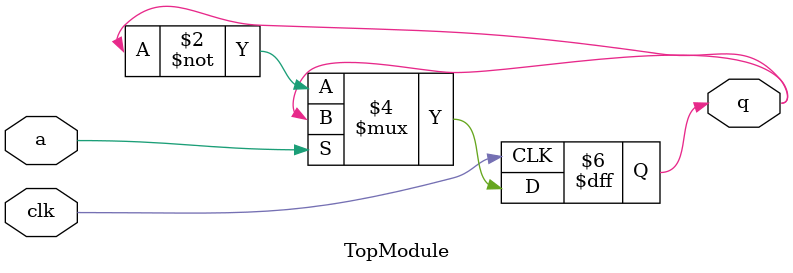
<source format=sv>

module TopModule (
  input wire clk,
  input wire a,
  output reg q
);

always @(posedge clk) begin
  if (a) begin
    q <= q; // No change when a is high
  end else begin
    q <= ~q; // Toggle q when a is low
  end
end

endmodule

// VERILOG-EVAL: errant inclusion of module definition

</source>
